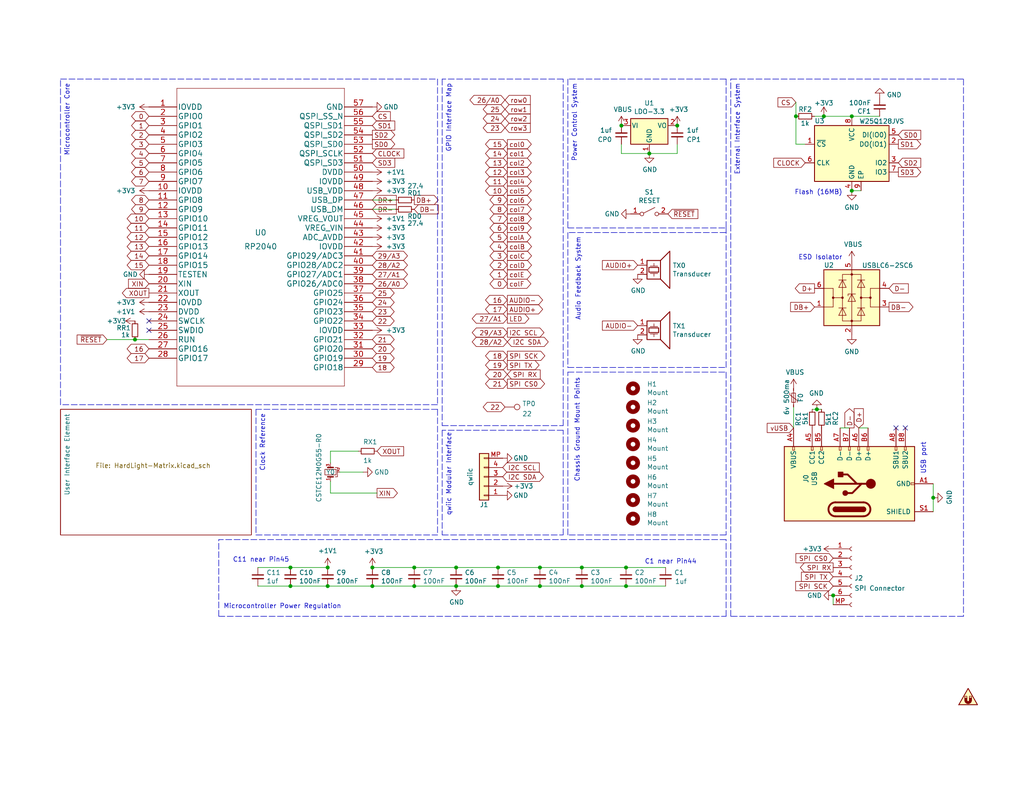
<source format=kicad_sch>
(kicad_sch (version 20211123) (generator eeschema)
  (paper "USLetter")
  (title_block (title "Hard Light") (date "2022-05-20") (rev "Mark 7") (company "Everywhere Defense Industries") (comment 1 "RP2040 main core"))
  (lib_symbols
    (symbol "+3V3_1" (power) (pin_names (offset 0))
      (property "Value" "+3V3_1" (at 0 3.556 0))
      (symbol "+3V3_1_1_1"
        (pin power_in line (at 0 0 90) (length 0) hide (name "+3V3") (number "1"))
      )
    )
    (symbol "Connector:Conn_01x07_Female" (pin_names (offset 1.016) hide)
      (property "Reference" "J2" (at 0.7112 -0.3615 0))
      (property "Value" "SPI Connector" (at 0.7112 -3.1366 0))
      (symbol "Conn_01x07_Female_1_1"
        (pin passive line (at -5.08 7.62 0) (length 3.81) (name "Pin_1") (number "1"))
        (pin passive line (at -5.08 5.08 0) (length 3.81) (name "Pin_2") (number "2"))
        (pin passive line (at -5.08 2.54 0) (length 3.81) (name "Pin_3") (number "3"))
        (pin passive line (at -5.08 0 0) (length 3.81) (name "Pin_4") (number "4"))
        (pin passive line (at -5.08 -2.54 0) (length 3.81) (name "Pin_5") (number "5"))
        (pin passive line (at -5.08 -5.08 0) (length 3.81) (name "Pin_6") (number "6"))
        (pin passive line (at -5.08 -7.62 0) (length 3.81) (name "MP") (number "MP"))
      )
    )
    (symbol "Connector:TestPoint" (pin_numbers hide) (pin_names (offset 0.762) hide)
      (property "Reference" "TP" (at 0 6.858 0))
      (property "Value" "TestPoint" (at 0 5.08 0))
      (symbol "TestPoint_1_1"
        (pin passive line (at 0 0 90) (length 2.54) (name "1") (number "1"))
      )
    )
    (symbol "Connector_Generic:Conn_01x05" (pin_names (offset 1.016) hide)
      (property "Reference" "J1" (at 0 7.62 0))
      (property "Value" "qwiic" (at -2.54 1.27 90))
      (symbol "Conn_01x05_1_1"
        (pin passive line (at -5.08 5.08 0) (length 3.81) (name "Pin_1") (number "1"))
        (pin passive line (at -5.08 2.54 0) (length 3.81) (name "Pin_2") (number "2"))
        (pin passive line (at -5.08 0 0) (length 3.81) (name "Pin_3") (number "3"))
        (pin passive line (at -5.08 -2.54 0) (length 3.81) (name "Pin_4") (number "4"))
        (pin passive line (at -5.08 -5.08 0) (length 3.81) (name "MP") (number "MP"))
      )
    )
    (symbol "Device:C_Small" (pin_numbers hide) (pin_names (offset 0.254) hide)
      (property "Reference" "C" (at 0.254 1.778 0))
      (property "Value" "Device_C_Small" (at 0.254 -2.032 0))
      (symbol "C_Small_1_1"
        (pin passive line (at 0 2.54 270) (length 2.032) (name "~") (number "1"))
        (pin passive line (at 0 -2.54 90) (length 2.032) (name "~") (number "2"))
      )
    )
    (symbol "Device:Crystal_GND2_Small" (pin_names (offset 1.016) hide)
      (property "Reference" "Y" (at 0 5.08 0))
      (property "Value" "Crystal_GND2_Small" (at 0 3.175 0))
      (symbol "Crystal_GND2_Small_1_1"
        (pin passive line (at -2.54 0 0) (length 1.27) (name "1") (number "1"))
        (pin passive line (at 0 -2.54 90) (length 0.635) (name "2") (number "2"))
        (pin passive line (at 2.54 0 180) (length 1.27) (name "3") (number "3"))
      )
    )
    (symbol "Device:Polyfuse_Small" (pin_numbers hide) (pin_names (offset 0))
      (property "Reference" "F" (at -1.905 0 90))
      (property "Value" "Device_Polyfuse_Small" (at 1.905 0 90))
      (symbol "Polyfuse_Small_1_1"
        (pin passive line (at 0 2.54 270) (length 0.635) (name "~") (number "1"))
        (pin passive line (at 0 -2.54 90) (length 0.635) (name "~") (number "2"))
      )
    )
    (symbol "Device:R_Small" (pin_numbers hide) (pin_names (offset 0.254) hide)
      (property "Reference" "R" (at 0.762 0.508 0))
      (property "Value" "Device_R_Small" (at 0.762 -1.016 0))
      (symbol "R_Small_1_1"
        (pin passive line (at 0 2.54 270) (length 0.762) (name "~") (number "1"))
        (pin passive line (at 0 -2.54 90) (length 0.762) (name "~") (number "2"))
      )
    )
    (symbol "Device:Speaker_Crystal" (pin_names (offset 0) hide)
      (property "Reference" "LS" (at 0.635 5.715 0))
      (property "Value" "Device_Speaker_Crystal" (at 0.635 3.81 0))
      (symbol "Speaker_Crystal_1_1"
        (pin input line (at -5.08 0 0) (length 2.54) (name "1") (number "1"))
        (pin input line (at -5.08 -2.54 0) (length 2.54) (name "2") (number "2"))
      )
    )
    (symbol "GND_1" (power) (pin_names (offset 0))
      (property "Value" "GND_1" (at 0 -3.81 0))
      (symbol "GND_1_1_1"
        (pin power_in line (at 0 0 270) (length 0) hide (name "GND") (number "1"))
      )
    )
    (symbol "Graphic:SYM_Magnet_Small" (pin_names (offset 1.016) hide))
    (symbol "HL-Mk2-rescue:USB_C_Receptacle_USB2.0-Connector" (pin_names (offset 1.016))
      (property "Reference" "J" (at -10.16 19.05 0))
      (property "Value" "USB_C_Receptacle_USB2.0-Connector" (at 19.05 19.05 0))
      (symbol "USB_C_Receptacle_USB2.0-Connector_1_1"
        (pin power_in line (at 0 -22.86 90) (length 5.08) (name "GND") (number "A1"))
        (pin passive line (at 0 -22.86 90) (length 5.08) hide (name "GND") (number "A12"))
        (pin power_in line (at 15.24 15.24 180) (length 5.08) (name "VBUS") (number "A4"))
        (pin bidirectional line (at 15.24 10.16 180) (length 5.08) (name "CC1") (number "A5"))
        (pin bidirectional line (at 15.24 -2.54 180) (length 5.08) (name "D+") (number "A6"))
        (pin bidirectional line (at 15.24 2.54 180) (length 5.08) (name "D-") (number "A7"))
        (pin bidirectional line (at 15.24 -12.7 180) (length 5.08) (name "SBU1") (number "A8"))
        (pin passive line (at 15.24 15.24 180) (length 5.08) hide (name "VBUS") (number "A9"))
        (pin passive line (at 0 -22.86 90) (length 5.08) hide (name "GND") (number "B1"))
        (pin passive line (at 0 -22.86 90) (length 5.08) hide (name "GND") (number "B12"))
        (pin passive line (at 15.24 15.24 180) (length 5.08) hide (name "VBUS") (number "B4"))
        (pin bidirectional line (at 15.24 7.62 180) (length 5.08) (name "CC2") (number "B5"))
        (pin bidirectional line (at 15.24 -5.08 180) (length 5.08) (name "D+") (number "B6"))
        (pin bidirectional line (at 15.24 0 180) (length 5.08) (name "D-") (number "B7"))
        (pin bidirectional line (at 15.24 -15.24 180) (length 5.08) (name "SBU2") (number "B8"))
        (pin passive line (at 15.24 15.24 180) (length 5.08) hide (name "VBUS") (number "B9"))
        (pin passive line (at -7.62 -22.86 90) (length 5.08) (name "SHIELD") (number "S1"))
      )
    )
    (symbol "Mechanical:MountingHole" (pin_names (offset 1.016))
      (property "Reference" "H" (at 0 5.08 0))
      (property "Value" "MountingHole" (at 0 3.175 0))
    )
    (symbol "Memory_Flash:W25Q32JVZP"
      (property "Reference" "U" (at -8.89 8.89 0))
      (property "Value" "W25Q32JVZP" (at 7.62 8.89 0))
      (symbol "W25Q32JVZP_1_1"
        (pin input line (at -12.7 2.54 0) (length 2.54) (name "~{CS}") (number "1"))
        (pin bidirectional line (at 12.7 2.54 180) (length 2.54) (name "DO(IO1)") (number "2"))
        (pin bidirectional line (at 12.7 -2.54 180) (length 2.54) (name "IO2") (number "3"))
        (pin power_in line (at 0 -10.16 90) (length 2.54) (name "GND") (number "4"))
        (pin bidirectional line (at 12.7 5.08 180) (length 2.54) (name "DI(IO0)") (number "5"))
        (pin input line (at -12.7 -2.54 0) (length 2.54) (name "CLK") (number "6"))
        (pin bidirectional line (at 12.7 -5.08 180) (length 2.54) (name "IO3") (number "7"))
        (pin power_in line (at 0 10.16 270) (length 2.54) (name "VCC") (number "8"))
        (pin passive line (at 2.54 -10.16 90) (length 2.54) (name "EP") (number "9"))
      )
    )
    (symbol "Power_Protection:USBLC6-2SC6" (pin_names hide)
      (property "Reference" "U" (at 2.54 8.89 0))
      (property "Value" "USBLC6-2SC6" (at 2.54 -8.89 0))
      (symbol "USBLC6-2SC6_1_1"
        (pin passive line (at -10.16 -2.54 0) (length 2.54) (name "I/O1") (number "1"))
        (pin passive line (at 0 -10.16 90) (length 2.54) (name "GND") (number "2"))
        (pin passive line (at 10.16 -2.54 180) (length 2.54) (name "I/O2") (number "3"))
        (pin passive line (at 10.16 2.54 180) (length 2.54) (name "I/O2") (number "4"))
        (pin passive line (at 0 10.16 270) (length 2.54) (name "VBUS") (number "5"))
        (pin passive line (at -10.16 2.54 0) (length 2.54) (name "I/O1") (number "6"))
      )
    )
    (symbol "RP2040:RP2040" (pin_names (offset 0.254))
      (property "Reference" "U" (at 30.48 10.16 0))
      (property "Value" "RP2040" (at 30.48 7.62 0))
      (symbol "RP2040_1_1"
        (pin power_in line (at 0 0 0) (length 7.62) (name "IOVDD") (number "1"))
        (pin power_in line (at 0 -22.86 0) (length 7.62) (name "IOVDD") (number "10"))
        (pin bidirectional line (at 0 -25.4 0) (length 7.62) (name "GPIO8") (number "11"))
        (pin bidirectional line (at 0 -27.94 0) (length 7.62) (name "GPIO9") (number "12"))
        (pin bidirectional line (at 0 -30.48 0) (length 7.62) (name "GPIO10") (number "13"))
        (pin bidirectional line (at 0 -33.02 0) (length 7.62) (name "GPIO11") (number "14"))
        (pin bidirectional line (at 0 -35.56 0) (length 7.62) (name "GPIO12") (number "15"))
        (pin bidirectional line (at 0 -38.1 0) (length 7.62) (name "GPIO13") (number "16"))
        (pin bidirectional line (at 0 -40.64 0) (length 7.62) (name "GPIO14") (number "17"))
        (pin bidirectional line (at 0 -43.18 0) (length 7.62) (name "GPIO15") (number "18"))
        (pin unspecified line (at 0 -45.72 0) (length 7.62) (name "TESTEN") (number "19"))
        (pin bidirectional line (at 0 -2.54 0) (length 7.62) (name "GPIO0") (number "2"))
        (pin unspecified line (at 0 -48.26 0) (length 7.62) (name "XIN") (number "20"))
        (pin output line (at 0 -50.8 0) (length 7.62) (name "XOUT") (number "21"))
        (pin power_in line (at 0 -53.34 0) (length 7.62) (name "IOVDD") (number "22"))
        (pin power_in line (at 0 -55.88 0) (length 7.62) (name "DVDD") (number "23"))
        (pin unspecified line (at 0 -58.42 0) (length 7.62) (name "SWCLK") (number "24"))
        (pin unspecified line (at 0 -60.96 0) (length 7.62) (name "SWDIO") (number "25"))
        (pin unspecified line (at 0 -63.5 0) (length 7.62) (name "RUN") (number "26"))
        (pin bidirectional line (at 0 -66.04 0) (length 7.62) (name "GPIO16") (number "27"))
        (pin bidirectional line (at 0 -68.58 0) (length 7.62) (name "GPIO17") (number "28"))
        (pin bidirectional line (at 60.96 -71.12 180) (length 7.62) (name "GPIO18") (number "29"))
        (pin bidirectional line (at 0 -5.08 0) (length 7.62) (name "GPIO1") (number "3"))
        (pin bidirectional line (at 60.96 -68.58 180) (length 7.62) (name "GPIO19") (number "30"))
        (pin bidirectional line (at 60.96 -66.04 180) (length 7.62) (name "GPIO20") (number "31"))
        (pin bidirectional line (at 60.96 -63.5 180) (length 7.62) (name "GPIO21") (number "32"))
        (pin power_in line (at 60.96 -60.96 180) (length 7.62) (name "IOVDD") (number "33"))
        (pin bidirectional line (at 60.96 -58.42 180) (length 7.62) (name "GPIO22") (number "34"))
        (pin bidirectional line (at 60.96 -55.88 180) (length 7.62) (name "GPIO23") (number "35"))
        (pin bidirectional line (at 60.96 -53.34 180) (length 7.62) (name "GPIO24") (number "36"))
        (pin bidirectional line (at 60.96 -50.8 180) (length 7.62) (name "GPIO25") (number "37"))
        (pin bidirectional line (at 60.96 -48.26 180) (length 7.62) (name "GPIO26/ADC0") (number "38"))
        (pin bidirectional line (at 60.96 -45.72 180) (length 7.62) (name "GPIO27/ADC1") (number "39"))
        (pin bidirectional line (at 0 -7.62 0) (length 7.62) (name "GPIO2") (number "4"))
        (pin bidirectional line (at 60.96 -43.18 180) (length 7.62) (name "GPIO28/ADC2") (number "40"))
        (pin bidirectional line (at 60.96 -40.64 180) (length 7.62) (name "GPIO29/ADC3") (number "41"))
        (pin power_in line (at 60.96 -38.1 180) (length 7.62) (name "IOVDD") (number "42"))
        (pin power_in line (at 60.96 -35.56 180) (length 7.62) (name "ADC_AVDD") (number "43"))
        (pin unspecified line (at 60.96 -33.02 180) (length 7.62) (name "VREG_VIN") (number "44"))
        (pin output line (at 60.96 -30.48 180) (length 7.62) (name "VREG_VOUT") (number "45"))
        (pin unspecified line (at 60.96 -27.94 180) (length 7.62) (name "USB_DM") (number "46"))
        (pin unspecified line (at 60.96 -25.4 180) (length 7.62) (name "USB_DP") (number "47"))
        (pin power_in line (at 60.96 -22.86 180) (length 7.62) (name "USB_VDD") (number "48"))
        (pin power_in line (at 60.96 -20.32 180) (length 7.62) (name "IOVDD") (number "49"))
        (pin bidirectional line (at 0 -10.16 0) (length 7.62) (name "GPIO3") (number "5"))
        (pin power_in line (at 60.96 -17.78 180) (length 7.62) (name "DVDD") (number "50"))
        (pin bidirectional line (at 60.96 -15.24 180) (length 7.62) (name "QSPI_SD3") (number "51"))
        (pin unspecified line (at 60.96 -12.7 180) (length 7.62) (name "QSPI_SCLK") (number "52"))
        (pin bidirectional line (at 60.96 -10.16 180) (length 7.62) (name "QSPI_SD0") (number "53"))
        (pin bidirectional line (at 60.96 -7.62 180) (length 7.62) (name "QSPI_SD2") (number "54"))
        (pin bidirectional line (at 60.96 -5.08 180) (length 7.62) (name "QSPI_SD1") (number "55"))
        (pin unspecified line (at 60.96 -2.54 180) (length 7.62) (name "QSPI_SS_N") (number "56"))
        (pin power_in line (at 60.96 0 180) (length 7.62) (name "GND") (number "57"))
        (pin bidirectional line (at 0 -12.7 0) (length 7.62) (name "GPIO4") (number "6"))
        (pin bidirectional line (at 0 -15.24 0) (length 7.62) (name "GPIO5") (number "7"))
        (pin bidirectional line (at 0 -17.78 0) (length 7.62) (name "GPIO6") (number "8"))
        (pin bidirectional line (at 0 -20.32 0) (length 7.62) (name "GPIO7") (number "9"))
      )
    )
    (symbol "Regulator_Linear:LD1117S33TR_SOT223" (pin_names (offset 0.254))
      (property "Reference" "U" (at -3.81 3.175 0))
      (property "Value" "Regulator_Linear_LD1117S33TR_SOT223" (at 0 3.175 0))
      (symbol "LD1117S33TR_SOT223_1_1"
        (pin power_in line (at 0 -7.62 90) (length 2.54) (name "GND") (number "1"))
        (pin power_out line (at 7.62 0 180) (length 2.54) (name "VO") (number "2"))
        (pin power_in line (at -7.62 0 0) (length 2.54) (name "VI") (number "3"))
      )
    )
    (symbol "Switch:SW_SPST" (pin_names (offset 0) hide)
      (property "Reference" "SW" (at 0 3.175 0))
      (property "Value" "Switch_SW_SPST" (at 0 -2.54 0))
      (symbol "SW_SPST_1_1"
        (pin passive line (at -5.08 0 0) (length 2.54) (name "A") (number "1"))
        (pin passive line (at 5.08 0 180) (length 2.54) (name "B") (number "2"))
      )
    )
    (symbol "power:+1V1" (power) (pin_names (offset 0))
      (property "Value" "+1V1" (at 0 3.556 0))
      (symbol "+1V1_1_1"
        (pin power_in line (at 0 0 90) (length 0) hide (name "+1V1") (number "1"))
      )
    )
    (symbol "power:+3V3" (power) (pin_names (offset 0))
      (property "Value" "power_+3V3" (at 0 3.556 0))
      (symbol "+3V3_1_1"
        (pin power_in line (at 0 0 90) (length 0) hide (name "+3V3") (number "1"))
      )
    )
    (symbol "power:GND" (power) (pin_names (offset 0))
      (property "Value" "power_GND" (at 0 -3.81 0))
      (symbol "GND_1_1"
        (pin power_in line (at 0 0 270) (length 0) hide (name "GND") (number "1"))
      )
    )
    (symbol "power:VBUS" (power) (pin_names (offset 0))
      (property "Value" "power_VBUS" (at 0 3.81 0))
      (symbol "VBUS_1_1"
        (pin power_in line (at 0 0 90) (length 0) hide (name "VBUS") (number "1"))
      )
    )
  )
  (junction (at 177.165 41.91))
  (junction (at 158.75 160.02))
  (junction (at 232.41 52.07))
  (junction (at 124.46 154.94))
  (junction (at 254.635 135.89))
  (junction (at 170.815 154.94))
  (junction (at 224.79 31.75))
  (junction (at 169.545 34.29))
  (junction (at 170.815 160.02))
  (junction (at 101.6 154.94))
  (junction (at 89.408 160.02))
  (junction (at 79.248 160.02))
  (junction (at 101.6 160.02))
  (junction (at 135.89 160.02))
  (junction (at 217.17 31.75))
  (junction (at 147.32 160.02))
  (junction (at 113.03 154.94))
  (junction (at 36.83 92.71))
  (junction (at 222.885 111.76))
  (junction (at 89.408 154.94))
  (junction (at 113.03 160.02))
  (junction (at 124.46 160.02))
  (junction (at 147.32 154.94))
  (junction (at 79.248 154.94))
  (junction (at 184.785 34.29))
  (junction (at 227.33 162.56))
  (junction (at 158.75 154.94))
  (junction (at 232.41 31.75))
  (junction (at 135.89 154.94))
  (no_connect (at 40.64 87.63))
  (no_connect (at 40.64 90.17))
  (no_connect (at 247.015 116.84))
  (no_connect (at 244.475 116.84))
  (wire (pts (xy 113.03 154.94) (xy 101.6 154.94)))
  (wire (pts (xy 224.79 31.75) (xy 232.41 31.75)))
  (polyline (pts (xy 69.85 111.76) (xy 69.85 146.05)))
  (wire (pts (xy 217.17 39.37) (xy 219.71 39.37)))
  (wire (pts (xy 89.408 160.02) (xy 101.6 160.02)))
  (polyline (pts (xy 154.94 100.33) (xy 198.12 100.33)))
  (wire (pts (xy 92.71 128.905) (xy 99.06 128.905)))
  (polyline (pts (xy 154.94 62.23) (xy 198.12 62.23)))
  (polyline (pts (xy 199.39 21.59) (xy 262.89 21.59)))
  (wire (pts (xy 236.855 116.84) (xy 234.315 116.84)))
  (polyline (pts (xy 119.38 110.49) (xy 16.51 110.49)))
  (polyline (pts (xy 198.12 101.6) (xy 198.12 146.05)))
  (wire (pts (xy 170.815 160.02) (xy 181.61 160.02)))
  (wire (pts (xy 232.41 52.07) (xy 234.95 52.07)))
  (wire (pts (xy 124.46 154.94) (xy 113.03 154.94)))
  (polyline (pts (xy 16.51 21.59) (xy 119.38 21.59)))
  (wire (pts (xy 135.89 154.94) (xy 124.46 154.94)))
  (polyline (pts (xy 120.65 116.205) (xy 153.67 116.205)))
  (polyline (pts (xy 120.65 21.59) (xy 120.65 116.205)))
  (polyline (pts (xy 262.89 168.275) (xy 199.39 168.275)))
  (polyline (pts (xy 198.12 21.59) (xy 198.12 62.23)))
  (wire (pts (xy 158.75 160.02) (xy 170.815 160.02)))
  (wire (pts (xy 222.885 111.76) (xy 221.615 111.76)))
  (polyline (pts (xy 154.94 101.6) (xy 198.12 101.6)))
  (wire (pts (xy 70.358 154.94) (xy 79.248 154.94)))
  (wire (pts (xy 184.785 41.91) (xy 184.785 39.37)))
  (wire (pts (xy 147.32 154.94) (xy 135.89 154.94)))
  (wire (pts (xy 79.248 154.94) (xy 89.408 154.94)))
  (wire (pts (xy 227.33 162.56) (xy 227.33 165.1)))
  (polyline (pts (xy 154.94 21.59) (xy 154.94 62.23)))
  (wire (pts (xy 170.815 154.94) (xy 181.61 154.94)))
  (wire (pts (xy 224.155 111.76) (xy 222.885 111.76)))
  (wire (pts (xy 90.17 134.62) (xy 102.87 134.62)))
  (polyline (pts (xy 59.69 168.275) (xy 59.69 147.32)))
  (wire (pts (xy 79.248 160.02) (xy 89.408 160.02)))
  (polyline (pts (xy 153.67 21.59) (xy 120.65 21.59)))
  (polyline (pts (xy 154.94 146.05) (xy 154.94 101.6)))
  (wire (pts (xy 222.25 31.75) (xy 224.79 31.75)))
  (polyline (pts (xy 69.85 146.05) (xy 119.38 146.05)))
  (wire (pts (xy 232.41 31.75) (xy 240.03 31.75)))
  (polyline (pts (xy 198.12 168.275) (xy 198.12 147.32)))
  (wire (pts (xy 158.75 154.94) (xy 170.815 154.94)))
  (polyline (pts (xy 198.12 63.5) (xy 154.94 63.5)))
  (polyline (pts (xy 120.65 146.05) (xy 153.67 146.05)))
  (polyline (pts (xy 153.67 117.475) (xy 120.65 117.475)))
  (wire (pts (xy 29.21 92.71) (xy 36.83 92.71)))
  (polyline (pts (xy 153.67 116.205) (xy 153.67 21.59)))
  (wire (pts (xy 147.32 160.02) (xy 135.89 160.02)))
  (wire (pts (xy 169.545 39.37) (xy 169.545 41.91)))
  (polyline (pts (xy 198.12 100.33) (xy 198.12 62.23)))
  (wire (pts (xy 36.83 92.71) (xy 40.64 92.71)))
  (wire (pts (xy 231.775 116.84) (xy 229.235 116.84)))
  (wire (pts (xy 177.165 41.91) (xy 184.785 41.91)))
  (wire (pts (xy 90.17 131.445) (xy 90.17 134.62)))
  (wire (pts (xy 217.17 31.75) (xy 217.17 39.37)))
  (wire (pts (xy 158.75 154.94) (xy 147.32 154.94)))
  (wire (pts (xy 216.535 111.125) (xy 216.535 116.84)))
  (polyline (pts (xy 119.38 111.76) (xy 119.38 146.05)))
  (wire (pts (xy 217.17 27.94) (xy 217.17 31.75)))
  (wire (pts (xy 113.03 160.02) (xy 101.6 160.02)))
  (wire (pts (xy 158.75 160.02) (xy 147.32 160.02)))
  (polyline (pts (xy 198.12 146.05) (xy 154.94 146.05)))
  (wire (pts (xy 70.358 160.02) (xy 79.248 160.02)))
  (polyline (pts (xy 16.51 110.49) (xy 16.51 21.59)))
  (wire (pts (xy 169.545 41.91) (xy 177.165 41.91)))
  (wire (pts (xy 101.6 57.15) (xy 107.95 57.15)))
  (polyline (pts (xy 119.38 21.59) (xy 119.38 110.49)))
  (wire (pts (xy 254.635 135.89) (xy 254.635 132.08)))
  (polyline (pts (xy 262.89 21.59) (xy 262.89 168.275)))
  (polyline (pts (xy 154.94 63.5) (xy 154.94 100.33)))
  (wire (pts (xy 90.17 123.19) (xy 90.17 126.365)))
  (polyline (pts (xy 198.12 21.59) (xy 154.94 21.59)))
  (wire (pts (xy 135.89 160.02) (xy 124.46 160.02)))
  (wire (pts (xy 90.17 123.19) (xy 97.79 123.19)))
  (polyline (pts (xy 199.39 168.275) (xy 199.39 21.59)))
  (wire (pts (xy 124.46 160.02) (xy 113.03 160.02)))
  (wire (pts (xy 101.6 54.61) (xy 107.95 54.61)))
  (wire (pts (xy 254.635 139.7) (xy 254.635 135.89)))
  (polyline (pts (xy 153.67 146.05) (xy 153.67 117.475)))
  (polyline (pts (xy 119.38 111.76) (xy 69.85 111.76)))
  (polyline (pts (xy 198.12 147.32) (xy 59.69 147.32)))
  (polyline (pts (xy 120.65 117.475) (xy 120.65 146.05)))
  (polyline (pts (xy 59.69 168.275) (xy 198.12 168.275)))
  (text "ESD Isolator" (at 229.87 71.12 180) (effects (font (size 1.27 1.27)) (justify right bottom)))
  (text "USB port" (at 252.73 129.54 90) (effects (font (size 1.27 1.27)) (justify left bottom)))
  (text "Audio Feedback System" (at 158.496 64.77 270) (effects (font (size 1.27 1.27)) (justify right bottom)))
  (text "Flash (16MB)" (at 229.87 53.34 180) (effects (font (size 1.27 1.27)) (justify right bottom)))
  (text "Microcontroller Core" (at 19.05 22.86 270) (effects (font (size 1.27 1.27)) (justify right bottom)))
  (text "qwiic Modular Interface" (at 123.19 118.11 270) (effects (font (size 1.27 1.27)) (justify right bottom)))
  (text "Chassis Ground Mount Points" (at 158.242 103.124 270) (effects (font (size 1.27 1.27)) (justify right bottom)))
  (text "C11 near Pin45" (at 63.5 153.67 0) (effects (font (size 1.27 1.27)) (justify left bottom)))
  (text "C1 near Pin44" (at 175.895 154.178 0) (effects (font (size 1.27 1.27)) (justify left bottom)))
  (text "Microcontroller Power Regulation" (at 60.96 166.37 0) (effects (font (size 1.27 1.27)) (justify left bottom)))
  (text "Power Control System" (at 157.48 22.86 270) (effects (font (size 1.27 1.27)) (justify right bottom)))
  (text "External Interface System" (at 201.93 22.86 270) (effects (font (size 1.27 1.27)) (justify right bottom)))
  (text "Clock Reference" (at 72.39 113.03 270) (effects (font (size 1.27 1.27)) (justify right bottom)))
  (text "GPIO Interface Map" (at 123.19 22.86 270) (effects (font (size 1.27 1.27)) (justify right bottom)))
  (global_label "vUSB" (shape input) (at 216.535 116.84 180) (property "Intersheet References" "${INTERSHEET_REFS}" (effects hide)))
  (global_label "XOUT" (shape input) (at 102.87 123.19 0) (property "Intersheet References" "${INTERSHEET_REFS}" (effects hide)))
  (global_label "CS" (shape input) (at 101.6 31.75 0) (property "Intersheet References" "${INTERSHEET_REFS}" (effects hide)))
  (global_label "I2C SCL" (shape output) (at 138.43 90.805 0) (property "Intersheet References" "${INTERSHEET_REFS}" (effects hide)))
  (global_label "AUDIO+" (shape input) (at 173.99 72.39 180) (property "Intersheet References" "${INTERSHEET_REFS}" (effects hide)))
  (global_label "2" (shape bidirectional) (at 138.43 72.39 180) (property "Intersheet References" "${INTERSHEET_REFS}" (effects hide)))
  (global_label "col8" (shape output) (at 138.43 59.69 0) (property "Intersheet References" "${INTERSHEET_REFS}" (effects hide)))
  (global_label "19" (shape bidirectional) (at 101.6 97.79 0) (property "Intersheet References" "${INTERSHEET_REFS}" (effects hide)))
  (global_label "25" (shape bidirectional) (at 137.795 29.845 180) (property "Intersheet References" "${INTERSHEET_REFS}" (effects hide)))
  (global_label "col1" (shape output) (at 138.43 41.91 0) (property "Intersheet References" "${INTERSHEET_REFS}" (effects hide)))
  (global_label "SD1" (shape output) (at 245.11 39.37 0) (property "Intersheet References" "${INTERSHEET_REFS}" (effects hide)))
  (global_label "col0" (shape output) (at 138.43 39.37 0) (property "Intersheet References" "${INTERSHEET_REFS}" (effects hide)))
  (global_label "16" (shape bidirectional) (at 138.43 81.915 180) (property "Intersheet References" "${INTERSHEET_REFS}" (effects hide)))
  (global_label "I2C SDA" (shape bidirectional) (at 137.16 130.175 0) (property "Intersheet References" "${INTERSHEET_REFS}" (effects hide)))
  (global_label "DB-" (shape input) (at 113.03 57.15 0) (property "Intersheet References" "${INTERSHEET_REFS}" (effects hide)))
  (global_label "7" (shape bidirectional) (at 138.43 59.69 180) (property "Intersheet References" "${INTERSHEET_REFS}" (effects hide)))
  (global_label "colF" (shape output) (at 138.43 77.47 0) (property "Intersheet References" "${INTERSHEET_REFS}" (effects hide)))
  (global_label "1" (shape bidirectional) (at 138.43 74.93 180) (property "Intersheet References" "${INTERSHEET_REFS}" (effects hide)))
  (global_label "D+" (shape output) (at 222.25 78.74 180) (property "Intersheet References" "${INTERSHEET_REFS}" (effects hide)))
  (global_label "26{slash}A0" (shape bidirectional) (at 137.795 27.305 180) (property "Intersheet References" "${INTERSHEET_REFS}" (effects hide)))
  (global_label "col6" (shape output) (at 138.43 54.61 0) (property "Intersheet References" "${INTERSHEET_REFS}" (effects hide)))
  (global_label "colB" (shape output) (at 138.43 67.31 0) (property "Intersheet References" "${INTERSHEET_REFS}" (effects hide)))
  (global_label "0" (shape bidirectional) (at 40.64 31.75 180) (property "Intersheet References" "${INTERSHEET_REFS}" (effects hide)))
  (global_label "D-" (shape output) (at 231.775 116.84 90) (property "Intersheet References" "${INTERSHEET_REFS}" (effects hide)))
  (global_label "11" (shape bidirectional) (at 40.64 62.23 180) (property "Intersheet References" "${INTERSHEET_REFS}" (effects hide)))
  (global_label "CS" (shape input) (at 217.17 27.94 180) (property "Intersheet References" "${INTERSHEET_REFS}" (effects hide)))
  (global_label "24" (shape bidirectional) (at 101.6 82.55 0) (property "Intersheet References" "${INTERSHEET_REFS}" (effects hide)))
  (global_label "CLOCK" (shape input) (at 101.6 41.91 0) (property "Intersheet References" "${INTERSHEET_REFS}" (effects hide)))
  (global_label "5" (shape bidirectional) (at 138.43 64.77 180) (property "Intersheet References" "${INTERSHEET_REFS}" (effects hide)))
  (global_label "25" (shape bidirectional) (at 101.6 80.01 0) (property "Intersheet References" "${INTERSHEET_REFS}" (effects hide)))
  (global_label "AUDIO-" (shape input) (at 173.99 88.9 180) (property "Intersheet References" "${INTERSHEET_REFS}" (effects hide)))
  (global_label "SD3" (shape output) (at 245.11 46.99 0) (property "Intersheet References" "${INTERSHEET_REFS}" (effects hide)))
  (global_label "20" (shape bidirectional) (at 138.43 102.235 180) (property "Intersheet References" "${INTERSHEET_REFS}" (effects hide)))
  (global_label "SD3" (shape input) (at 101.6 44.45 0) (property "Intersheet References" "${INTERSHEET_REFS}" (effects hide)))
  (global_label "3" (shape bidirectional) (at 40.64 39.37 180) (property "Intersheet References" "${INTERSHEET_REFS}" (effects hide)))
  (global_label "~{RESET}" (shape input) (at 29.21 92.71 180) (property "Intersheet References" "${INTERSHEET_REFS}" (effects hide)))
  (global_label "9" (shape bidirectional) (at 138.43 54.61 180) (property "Intersheet References" "${INTERSHEET_REFS}" (effects hide)))
  (global_label "12" (shape bidirectional) (at 138.43 46.99 180) (property "Intersheet References" "${INTERSHEET_REFS}" (effects hide)))
  (global_label "27{slash}A1" (shape bidirectional) (at 101.6 74.93 0) (property "Intersheet References" "${INTERSHEET_REFS}" (effects hide)))
  (global_label "CLOCK" (shape input) (at 219.71 44.45 180) (property "Intersheet References" "${INTERSHEET_REFS}" (effects hide)))
  (global_label "24" (shape bidirectional) (at 137.795 32.385 180) (property "Intersheet References" "${INTERSHEET_REFS}" (effects hide)))
  (global_label "DB+" (shape input) (at 222.25 83.82 180) (property "Intersheet References" "${INTERSHEET_REFS}" (effects hide)))
  (global_label "13" (shape bidirectional) (at 40.64 67.31 180) (property "Intersheet References" "${INTERSHEET_REFS}" (effects hide)))
  (global_label "SD1" (shape input) (at 101.6 34.29 0) (property "Intersheet References" "${INTERSHEET_REFS}" (effects hide)))
  (global_label "colD" (shape output) (at 138.43 72.39 0) (property "Intersheet References" "${INTERSHEET_REFS}" (effects hide)))
  (global_label "21" (shape bidirectional) (at 101.6 92.71 0) (property "Intersheet References" "${INTERSHEET_REFS}" (effects hide)))
  (global_label "XIN" (shape input) (at 40.64 77.47 180) (property "Intersheet References" "${INTERSHEET_REFS}" (effects hide)))
  (global_label "7" (shape bidirectional) (at 40.64 49.53 180) (property "Intersheet References" "${INTERSHEET_REFS}" (effects hide)))
  (global_label "~{RESET}" (shape input) (at 182.245 58.42 0) (property "Intersheet References" "${INTERSHEET_REFS}" (effects hide)))
  (global_label "28{slash}A2" (shape bidirectional) (at 138.43 93.345 180) (property "Intersheet References" "${INTERSHEET_REFS}" (effects hide)))
  (global_label "col2" (shape output) (at 138.43 44.45 0) (property "Intersheet References" "${INTERSHEET_REFS}" (effects hide)))
  (global_label "18" (shape bidirectional) (at 138.43 97.155 180) (property "Intersheet References" "${INTERSHEET_REFS}" (effects hide)))
  (global_label "2" (shape bidirectional) (at 40.64 36.83 180) (property "Intersheet References" "${INTERSHEET_REFS}" (effects hide)))
  (global_label "15" (shape bidirectional) (at 138.43 39.37 180) (property "Intersheet References" "${INTERSHEET_REFS}" (effects hide)))
  (global_label "14" (shape bidirectional) (at 40.64 69.85 180) (property "Intersheet References" "${INTERSHEET_REFS}" (effects hide)))
  (global_label "15" (shape bidirectional) (at 40.64 72.39 180) (property "Intersheet References" "${INTERSHEET_REFS}" (effects hide)))
  (global_label "SD0" (shape input) (at 245.11 36.83 0) (property "Intersheet References" "${INTERSHEET_REFS}" (effects hide)))
  (global_label "D-" (shape input) (at 242.57 78.74 0) (property "Intersheet References" "${INTERSHEET_REFS}" (effects hide)))
  (global_label "XIN" (shape output) (at 102.87 134.62 0) (property "Intersheet References" "${INTERSHEET_REFS}" (effects hide)))
  (global_label "8" (shape bidirectional) (at 138.43 57.15 180) (property "Intersheet References" "${INTERSHEET_REFS}" (effects hide)))
  (global_label "SD0" (shape output) (at 101.6 39.37 0) (property "Intersheet References" "${INTERSHEET_REFS}" (effects hide)))
  (global_label "0" (shape bidirectional) (at 138.43 77.47 180) (property "Intersheet References" "${INTERSHEET_REFS}" (effects hide)))
  (global_label "28{slash}A2" (shape bidirectional) (at 101.6 72.39 0) (property "Intersheet References" "${INTERSHEET_REFS}" (effects hide)))
  (global_label "AUDIO-" (shape output) (at 138.43 81.915 0) (property "Intersheet References" "${INTERSHEET_REFS}" (effects hide)))
  (global_label "26{slash}A0" (shape bidirectional) (at 101.6 77.47 0) (property "Intersheet References" "${INTERSHEET_REFS}" (effects hide)))
  (global_label "22" (shape bidirectional) (at 137.795 111.125 180) (property "Intersheet References" "${INTERSHEET_REFS}" (effects hide)))
  (global_label "DB+" (shape output) (at 113.03 54.61 0) (property "Intersheet References" "${INTERSHEET_REFS}" (effects hide)))
  (global_label "8" (shape bidirectional) (at 40.64 54.61 180) (property "Intersheet References" "${INTERSHEET_REFS}" (effects hide)))
  (global_label "9" (shape bidirectional) (at 40.64 57.15 180) (property "Intersheet References" "${INTERSHEET_REFS}" (effects hide)))
  (global_label "col9" (shape output) (at 138.43 62.23 0) (property "Intersheet References" "${INTERSHEET_REFS}" (effects hide)))
  (global_label "16" (shape bidirectional) (at 40.64 95.25 180) (property "Intersheet References" "${INTERSHEET_REFS}" (effects hide)))
  (global_label "col3" (shape output) (at 138.43 46.99 0) (property "Intersheet References" "${INTERSHEET_REFS}" (effects hide)))
  (global_label "row2" (shape input) (at 137.795 32.385 0) (property "Intersheet References" "${INTERSHEET_REFS}" (effects hide)))
  (global_label "23" (shape bidirectional) (at 101.6 85.09 0) (property "Intersheet References" "${INTERSHEET_REFS}" (effects hide)))
  (global_label "17" (shape bidirectional) (at 40.64 97.79 180) (property "Intersheet References" "${INTERSHEET_REFS}" (effects hide)))
  (global_label "AUDIO+" (shape output) (at 138.43 84.455 0) (property "Intersheet References" "${INTERSHEET_REFS}" (effects hide)))
  (global_label "29{slash}A3" (shape bidirectional) (at 138.43 90.805 180) (property "Intersheet References" "${INTERSHEET_REFS}" (effects hide)))
  (global_label "SPI TX" (shape output) (at 138.43 99.695 0) (property "Intersheet References" "${INTERSHEET_REFS}" (effects hide)))
  (global_label "12" (shape bidirectional) (at 40.64 64.77 180) (property "Intersheet References" "${INTERSHEET_REFS}" (effects hide)))
  (global_label "colA" (shape output) (at 138.43 64.77 0) (property "Intersheet References" "${INTERSHEET_REFS}" (effects hide)))
  (global_label "10" (shape bidirectional) (at 138.43 52.07 180) (property "Intersheet References" "${INTERSHEET_REFS}" (effects hide)))
  (global_label "I2C SCL" (shape input) (at 137.16 127.635 0) (property "Intersheet References" "${INTERSHEET_REFS}" (effects hide)))
  (global_label "colE" (shape output) (at 138.43 74.93 0) (property "Intersheet References" "${INTERSHEET_REFS}" (effects hide)))
  (global_label "6" (shape bidirectional) (at 40.64 46.99 180) (property "Intersheet References" "${INTERSHEET_REFS}" (effects hide)))
  (global_label "SPI CS0" (shape output) (at 138.43 104.775 0) (property "Intersheet References" "${INTERSHEET_REFS}" (effects hide)))
  (global_label "29{slash}A3" (shape bidirectional) (at 101.6 69.85 0) (property "Intersheet References" "${INTERSHEET_REFS}" (effects hide)))
  (global_label "row1" (shape input) (at 137.795 29.845 0) (property "Intersheet References" "${INTERSHEET_REFS}" (effects hide)))
  (global_label "SPI RX" (shape input) (at 138.43 102.235 0) (property "Intersheet References" "${INTERSHEET_REFS}" (effects hide)))
  (global_label "col4" (shape output) (at 138.43 49.53 0) (property "Intersheet References" "${INTERSHEET_REFS}" (effects hide)))
  (global_label "4" (shape bidirectional) (at 40.64 41.91 180) (property "Intersheet References" "${INTERSHEET_REFS}" (effects hide)))
  (global_label "D+" (shape input) (at 234.315 116.84 90) (property "Intersheet References" "${INTERSHEET_REFS}" (effects hide)))
  (global_label "SPI SCK" (shape output) (at 138.43 97.155 0) (property "Intersheet References" "${INTERSHEET_REFS}" (effects hide)))
  (global_label "SD2" (shape input) (at 245.11 44.45 0) (property "Intersheet References" "${INTERSHEET_REFS}" (effects hide)))
  (global_label "row3" (shape input) (at 137.795 34.925 0) (property "Intersheet References" "${INTERSHEET_REFS}" (effects hide)))
  (global_label "23" (shape bidirectional) (at 137.795 34.925 180) (property "Intersheet References" "${INTERSHEET_REFS}" (effects hide)))
  (global_label "DR+" (shape input) (at 101.6 54.61 0) (property "Intersheet References" "${INTERSHEET_REFS}" (effects hide)))
  (global_label "SPI CS0" (shape input) (at 227.33 152.4 180) (property "Intersheet References" "${INTERSHEET_REFS}" (effects hide)))
  (global_label "SD2" (shape output) (at 101.6 36.83 0) (property "Intersheet References" "${INTERSHEET_REFS}" (effects hide)))
  (global_label "13" (shape bidirectional) (at 138.43 44.45 180) (property "Intersheet References" "${INTERSHEET_REFS}" (effects hide)))
  (global_label "SPI TX" (shape input) (at 227.33 157.48 180) (property "Intersheet References" "${INTERSHEET_REFS}" (effects hide)))
  (global_label "27{slash}A1" (shape bidirectional) (at 138.43 86.995 180) (property "Intersheet References" "${INTERSHEET_REFS}" (effects hide)))
  (global_label "4" (shape bidirectional) (at 138.43 67.31 180) (property "Intersheet References" "${INTERSHEET_REFS}" (effects hide)))
  (global_label "6" (shape bidirectional) (at 138.43 62.23 180) (property "Intersheet References" "${INTERSHEET_REFS}" (effects hide)))
  (global_label "11" (shape bidirectional) (at 138.43 49.53 180) (property "Intersheet References" "${INTERSHEET_REFS}" (effects hide)))
  (global_label "17" (shape bidirectional) (at 138.43 84.455 180) (property "Intersheet References" "${INTERSHEET_REFS}" (effects hide)))
  (global_label "SPI SCK" (shape input) (at 227.33 160.02 180) (property "Intersheet References" "${INTERSHEET_REFS}" (effects hide)))
  (global_label "5" (shape bidirectional) (at 40.64 44.45 180) (property "Intersheet References" "${INTERSHEET_REFS}" (effects hide)))
  (global_label "I2C SDA" (shape bidirectional) (at 138.43 93.345 0) (property "Intersheet References" "${INTERSHEET_REFS}" (effects hide)))
  (global_label "XOUT" (shape output) (at 40.64 80.01 180) (property "Intersheet References" "${INTERSHEET_REFS}" (effects hide)))
  (global_label "3" (shape bidirectional) (at 138.43 69.85 180) (property "Intersheet References" "${INTERSHEET_REFS}" (effects hide)))
  (global_label "21" (shape bidirectional) (at 138.43 104.775 180) (property "Intersheet References" "${INTERSHEET_REFS}" (effects hide)))
  (global_label "col7" (shape output) (at 138.43 57.15 0) (property "Intersheet References" "${INTERSHEET_REFS}" (effects hide)))
  (global_label "col5" (shape output) (at 138.43 52.07 0) (property "Intersheet References" "${INTERSHEET_REFS}" (effects hide)))
  (global_label "colC" (shape output) (at 138.43 69.85 0) (property "Intersheet References" "${INTERSHEET_REFS}" (effects hide)))
  (global_label "19" (shape bidirectional) (at 138.43 99.695 180) (property "Intersheet References" "${INTERSHEET_REFS}" (effects hide)))
  (global_label "DR-" (shape input) (at 101.6 57.15 0) (property "Intersheet References" "${INTERSHEET_REFS}" (effects hide)))
  (global_label "18" (shape bidirectional) (at 101.6 100.33 0) (property "Intersheet References" "${INTERSHEET_REFS}" (effects hide)))
  (global_label "LED" (shape output) (at 138.43 86.995 0) (property "Intersheet References" "${INTERSHEET_REFS}" (effects hide)))
  (global_label "20" (shape bidirectional) (at 101.6 95.25 0) (property "Intersheet References" "${INTERSHEET_REFS}" (effects hide)))
  (global_label "10" (shape bidirectional) (at 40.64 59.69 180) (property "Intersheet References" "${INTERSHEET_REFS}" (effects hide)))
  (global_label "1" (shape bidirectional) (at 40.64 34.29 180) (property "Intersheet References" "${INTERSHEET_REFS}" (effects hide)))
  (global_label "14" (shape bidirectional) (at 138.43 41.91 180) (property "Intersheet References" "${INTERSHEET_REFS}" (effects hide)))
  (global_label "SPI RX" (shape output) (at 227.33 154.94 180) (property "Intersheet References" "${INTERSHEET_REFS}" (effects hide)))
  (global_label "22" (shape bidirectional) (at 101.6 87.63 0) (property "Intersheet References" "${INTERSHEET_REFS}" (effects hide)))
  (global_label "DB-" (shape output) (at 242.57 83.82 0) (property "Intersheet References" "${INTERSHEET_REFS}" (effects hide)))
  (global_label "row0" (shape input) (at 137.795 27.305 0) (property "Intersheet References" "${INTERSHEET_REFS}" (effects hide)))
  (symbol (lib_id "power:GND") (at 40.64 74.93 270) (unit 1)
    (property "Reference" "#PWR0102" (effects hide))
    (property "Value" "GND" (at 35.56 74.93 90))
  )
  (symbol (lib_id "Device:C_Small") (at 181.61 157.48 0) (unit 1)
    (property "Reference" "C1" (at 183.9468 156.3116 0) (effects (justify left)))
    (property "Value" "1uf" (at 184.15 158.75 0) (effects (justify left)))
    (property "Footprint" "EDI:Passive_0402_1005Metric" (effects hide))
    (property "LCSC" "C52923" (effects hide))
  )
  (symbol (lib_id "Device:C_Small") (at 158.75 157.48 0) (unit 1)
    (property "Reference" "C3" (at 161.0868 156.3116 0) (effects (justify left)))
    (property "Value" "100nF" (at 161.0868 158.623 0) (effects (justify left)))
    (property "Footprint" "EDI:Passive_0402_1005Metric" (effects hide))
    (property "LCSC" "C1525" (effects hide))
  )
  (symbol (lib_id "Device:C_Small") (at 147.32 157.48 0) (unit 1)
    (property "Reference" "C4" (at 149.6568 156.3116 0) (effects (justify left)))
    (property "Value" "100nF" (at 149.6568 158.623 0) (effects (justify left)))
    (property "Footprint" "EDI:Passive_0402_1005Metric" (effects hide))
    (property "LCSC" "C1525" (effects hide))
  )
  (symbol (lib_id "power:GND") (at 124.46 160.02 0) (unit 1)
    (property "Reference" "#PWR0104" (effects hide))
    (property "Value" "GND" (at 124.587 164.4142 0))
  )
  (symbol (lib_id "Regulator_Linear:LD1117S33TR_SOT223") (at 177.165 34.29 0) (unit 1)
    (property "Reference" "U1" (at 177.165 28.1432 0))
    (property "Value" "LDO-3.3" (at 177.165 30.4546 0))
    (property "Footprint" "Package_TO_SOT_SMD:SOT-23" (effects hide))
    (property "Datasheet" "http://www.st.com/st-web-ui/static/active/en/resource/technical/document/datasheet/CD00000544.pdf" (effects hide))
    (property "LCSC" "C83932" (effects hide))
  )
  (symbol (lib_id "power:GND") (at 177.165 41.91 0) (unit 1)
    (property "Reference" "#PWR0105" (effects hide))
    (property "Value" "GND" (at 177.292 46.3042 0))
  )
  (symbol (lib_id "power:+3V3") (at 184.785 34.29 0) (unit 1)
    (property "Reference" "#PWR0106" (effects hide))
    (property "Value" "+3V3" (at 185.166 29.8958 0))
  )
  (symbol (lib_id "power:VBUS") (at 169.545 34.29 0) (unit 1)
    (property "Reference" "#PWR0107" (effects hide))
    (property "Value" "VBUS" (at 169.926 29.8958 0))
  )
  (symbol (lib_id "HL-Mk2-rescue:USB_C_Receptacle_USB2.0-Connector") (at 231.775 132.08 90) (unit 1)
    (property "Reference" "J0" (at 219.9132 130.683 0))
    (property "Value" "USB" (at 222.2246 130.683 0))
    (property "Footprint" "Connector_USB:USB_C_Receptacle_HRO_TYPE-C-31-M-12" (effects hide))
    (property "LCSC" "C167321" (effects hide))
  )
  (symbol (lib_id "power:GND") (at 254.635 135.89 90) (unit 1)
    (property "Reference" "#PWR0108" (effects hide))
    (property "Value" "GND" (at 259.0292 135.763 0))
  )
  (symbol (lib_id "power:VBUS") (at 216.535 106.045 0) (unit 1)
    (property "Reference" "#PWR0109" (effects hide))
    (property "Value" "VBUS" (at 216.916 101.6508 0))
  )
  (symbol (lib_id "Mechanical:MountingHole") (at 172.72 106.045 270) (unit 1)
    (property "Reference" "H1" (at 176.53 104.8766 90) (effects (justify left)))
    (property "Value" "Mount" (at 176.53 107.188 90) (effects (justify left)))
    (property "Footprint" "MountingHole:MountingHole_3.2mm_M3" (effects hide))
  )
  (symbol (lib_id "Mechanical:MountingHole") (at 172.72 111.125 270) (unit 1)
    (property "Reference" "H2" (at 176.53 109.9566 90) (effects (justify left)))
    (property "Value" "Mount" (at 176.53 112.268 90) (effects (justify left)))
    (property "Footprint" "MountingHole:MountingHole_3.2mm_M3" (effects hide))
  )
  (symbol (lib_id "Mechanical:MountingHole") (at 172.72 116.205 270) (unit 1)
    (property "Reference" "H3" (at 176.53 115.0366 90) (effects (justify left)))
    (property "Value" "Mount" (at 176.53 117.348 90) (effects (justify left)))
    (property "Footprint" "MountingHole:MountingHole_3.2mm_M3" (effects hide))
  )
  (symbol (lib_id "Mechanical:MountingHole") (at 172.72 121.285 270) (unit 1)
    (property "Reference" "H4" (at 176.53 120.1166 90) (effects (justify left)))
    (property "Value" "Mount" (at 176.53 122.428 90) (effects (justify left)))
    (property "Footprint" "MountingHole:MountingHole_3.2mm_M3" (effects hide))
  )
  (symbol (lib_id "Mechanical:MountingHole") (at 172.72 126.365 270) (unit 1)
    (property "Reference" "H5" (at 176.53 125.1966 90) (effects (justify left)))
    (property "Value" "Mount" (at 176.53 127.508 90) (effects (justify left)))
    (property "Footprint" "MountingHole:MountingHole_3.2mm_M3" (effects hide))
  )
  (symbol (lib_id "Mechanical:MountingHole") (at 172.72 131.445 270) (unit 1)
    (property "Reference" "H6" (at 176.53 130.2766 90) (effects (justify left)))
    (property "Value" "Mount" (at 176.53 132.588 90) (effects (justify left)))
    (property "Footprint" "MountingHole:MountingHole_3.2mm_M3" (effects hide))
  )
  (symbol (lib_id "Device:C_Small") (at 135.89 157.48 0) (unit 1)
    (property "Reference" "C5" (at 138.2268 156.3116 0) (effects (justify left)))
    (property "Value" "100nF" (at 138.2268 158.623 0) (effects (justify left)))
    (property "Footprint" "EDI:Passive_0402_1005Metric" (effects hide))
    (property "LCSC" "C1525" (effects hide))
  )
  (symbol (lib_id "Device:R_Small") (at 224.155 114.3 0) (unit 1)
    (property "Reference" "RC2" (at 227.965 116.205 90) (effects (justify left)))
    (property "Value" "5k1" (at 226.06 116.205 90) (effects (justify left)))
    (property "Footprint" "EDI:Passive_0402_1005Metric" (effects hide))
    (property "LCSC" "C25905" (effects hide))
  )
  (symbol (lib_id "Device:R_Small") (at 221.615 114.3 180) (unit 1)
    (property "Reference" "RC1" (at 217.805 112.395 90) (effects (justify left)))
    (property "Value" "5k1" (at 219.71 112.395 90) (effects (justify left)))
    (property "Footprint" "EDI:Passive_0402_1005Metric" (effects hide))
    (property "LCSC" "C25905" (effects hide))
  )
  (symbol (lib_id "power:GND") (at 222.885 111.76 180) (unit 1)
    (property "Reference" "#PWR0113" (effects hide))
    (property "Value" "GND" (at 222.758 107.3658 0))
  )
  (symbol (lib_id "power:+3V3") (at 101.6 154.94 0) (unit 1)
    (property "Reference" "#PWR0103" (effects hide))
    (property "Value" "+3V3" (at 101.981 150.5458 0))
  )
  (symbol (lib_id "Device:Speaker_Crystal") (at 179.07 72.39 0) (unit 1)
    (property "Reference" "TX0" (at 183.515 72.4916 0) (effects (justify left)))
    (property "Value" "Transducer" (at 183.515 74.803 0) (effects (justify left)))
    (property "Footprint" "Buzzer_Beeper:Buzzer_CUI_CPT-9019S-SMT" (effects hide))
    (property "LCSC" "C391035" (effects hide))
  )
  (symbol (lib_id "power:GND") (at 173.99 74.93 0) (unit 1)
    (property "Reference" "#PWR0115" (effects hide))
    (property "Value" "GND" (at 174.117 79.3242 0))
  )
  (symbol (lib_id "Device:Speaker_Crystal") (at 179.07 88.9 0) (unit 1)
    (property "Reference" "TX1" (at 183.515 89.0016 0) (effects (justify left)))
    (property "Value" "Transducer" (at 183.515 91.313 0) (effects (justify left)))
    (property "Footprint" "Buzzer_Beeper:Buzzer_CUI_CPT-9019S-SMT" (effects hide))
    (property "LCSC" "C391035" (effects hide))
  )
  (symbol (lib_id "power:GND") (at 173.99 91.44 0) (unit 1)
    (property "Reference" "#PWR0119" (effects hide))
    (property "Value" "GND" (at 174.117 95.8342 0))
  )
  (symbol (lib_id "Device:Polyfuse_Small") (at 216.535 108.585 180) (unit 1)
    (property "Reference" "F0" (at 218.44 107.315 90) (effects (justify left)))
    (property "Value" "6v 500ma" (at 214.63 103.505 90) (effects (justify left)))
    (property "Footprint" "Fuse:Fuse_0402_1005Metric" (effects hide))
    (property "LCSC" "C206938" (effects hide))
  )
  (symbol (lib_id "Graphic:SYM_Magnet_Small") (at 264.16 190.5 0) (unit 1)
    (property "Reference" "Z0" (effects hide))
    (property "Value" "EDI Logo" (effects hide))
    (property "Footprint" "EDI:hlmk7" (effects hide))
  )
  (symbol (lib_id "power:+3V3") (at 101.6 64.77 270) (unit 1)
    (property "Reference" "#PWR0111" (effects hide))
    (property "Value" "+3V3" (at 107.95 64.77 90))
  )
  (symbol (lib_id "Device:C_Small") (at 113.03 157.48 0) (unit 1)
    (property "Reference" "C7" (at 115.3668 156.3116 0) (effects (justify left)))
    (property "Value" "100nF" (at 115.3668 158.623 0) (effects (justify left)))
    (property "Footprint" "EDI:Passive_0402_1005Metric" (effects hide))
    (property "LCSC" "C1525" (effects hide))
  )
  (symbol (lib_id "Connector_Generic:Conn_01x05") (at 132.08 130.175 180) (unit 1)
    (property "Reference" "J1" (at 132.08 137.795 0))
    (property "Value" "qwiic" (at 128.27 130.175 90))
    (property "Footprint" "Connector_JST:JST_SH_SM04B-SRSS-TB_1x04-1MP_P1.00mm_Horizontal" (effects hide))
    (property "LCSC" "C145956" (effects hide))
  )
  (symbol (lib_id "power:VBUS") (at 232.41 71.12 0) (unit 1)
    (property "Reference" "#PWR09" (effects hide))
    (property "Value" "VBUS" (at 232.791 66.7258 0))
  )
  (symbol (lib_id "Device:C_Small") (at 169.545 36.83 180) (unit 1)
    (property "Reference" "CP0" (at 167.005 38.1 0) (effects (justify left)))
    (property "Value" "1uf" (at 167.005 35.56 0) (effects (justify left)))
    (property "Footprint" "EDI:Passive_0402_1005Metric" (effects hide))
    (property "LCSC" "C52923" (effects hide))
  )
  (symbol (lib_id "Connector:Conn_01x07_Female") (at 232.41 157.48 0) (unit 1)
    (property "Reference" "J2" (at 233.1212 157.8415 0) (effects (justify left)))
    (property "Value" "SPI Connector" (at 233.1212 160.6166 0) (effects (justify left)))
    (property "Footprint" "Connector_JST:JST_SH_SM06B-SRSS-TB_1x06-1MP_P1.00mm_Horizontal" (effects hide))
    (property "LCSC" "C239524" (effects hide))
  )
  (symbol (lib_id "Device:Crystal_GND2_Small") (at 90.17 128.905 90) (unit 1)
    (property "Reference" "Y0" (at 91.44 128.905 90) (effects (justify left)))
    (property "Value" "CSTCE12M0G55-R0" (at 86.995 137.16 0) (effects (justify left)))
    (property "Footprint" "Crystal:Resonator_SMD_Murata_CSTxExxV-3Pin_3.0x1.1mm" (effects hide))
    (property "LCSC" "C91581" (effects hide))
  )
  (symbol (lib_id "power:GND") (at 101.6 29.21 90) (unit 1)
    (property "Reference" "#PWR03" (effects hide))
    (property "Value" "GND" (at 106.68 29.21 90))
  )
  (symbol (lib_id "power:GND") (at 172.085 58.42 270) (unit 1)
    (property "Reference" "#PWR0127" (effects hide))
    (property "Value" "GND" (at 167.005 58.42 90))
  )
  (symbol (lib_id "power:+3V3") (at 227.33 149.86 90) (unit 1)
    (property "Reference" "#PWR0128" (effects hide))
    (property "Value" "+3V3" (at 221.615 149.86 90))
  )
  (symbol (lib_id "Device:R_Small") (at 110.49 57.15 270) (unit 1)
    (property "Reference" "RD0" (at 111.125 59.055 90) (effects (justify left)))
    (property "Value" "27.4" (at 111.125 60.96 90) (effects (justify left)))
    (property "Footprint" "EDI:Passive_0402_1005Metric" (effects hide))
    (property "LCSC" "C172043" (effects hide))
  )
  (symbol (lib_id "power:GND") (at 99.06 128.905 90) (unit 1)
    (property "Reference" "#PWR0101" (effects hide))
    (property "Value" "GND" (at 104.14 128.905 90))
  )
  (symbol (lib_id "Device:C_Small") (at 70.358 157.48 0) (unit 1)
    (property "Reference" "C11" (at 72.6948 156.3116 0) (effects (justify left)))
    (property "Value" "1uf" (at 72.6948 158.623 0) (effects (justify left)))
    (property "Footprint" "EDI:Passive_0402_1005Metric" (effects hide))
    (property "LCSC" "C52923" (effects hide))
  )
  (symbol (lib_id "power:+3V3") (at 101.6 52.07 270) (unit 1)
    (property "Reference" "#PWR0124" (effects hide))
    (property "Value" "+3V3" (at 107.95 52.07 90))
  )
  (symbol (lib_id "power:+3V3") (at 101.6 67.31 270) (unit 1)
    (property "Reference" "#PWR0112" (effects hide))
    (property "Value" "+3V3" (at 107.95 67.31 90))
  )
  (symbol (lib_id "Power_Protection:USBLC6-2SC6") (at 232.41 81.28 0) (unit 1)
    (property "Reference" "U2" (at 224.79 72.39 0) (effects (justify left)))
    (property "Value" "USBLC6-2SC6" (at 235.1787 72.4686 0) (effects (justify left)))
    (property "Footprint" "Package_TO_SOT_SMD:SOT-23-6" (effects hide))
    (property "Datasheet" "https://www.st.com/resource/en/datasheet/usblc6-2.pdf" (effects hide))
    (property "LCSC" "C2827654" (effects hide))
  )
  (symbol (lib_id "power:GND") (at 227.33 162.56 270) (unit 1)
    (property "Reference" "#PWR0129" (effects hide))
    (property "Value" "GND" (at 222.25 162.56 90))
  )
  (symbol (lib_id "Switch:SW_SPST") (at 177.165 58.42 0) (unit 1)
    (property "Reference" "S1" (at 177.165 52.451 0))
    (property "Value" "RESET" (at 177.165 54.7624 0))
    (property "Footprint" "Button_Switch_SMD:SW_SPST_SKQG_WithoutStem" (effects hide))
    (property "LCSC" "C139779" (effects hide))
  )
  (symbol (lib_id "power:+3V3") (at 40.64 29.21 90) (unit 1)
    (property "Reference" "#PWR0120" (effects hide))
    (property "Value" "+3V3" (at 34.29 29.21 90))
  )
  (symbol (lib_id "Device:C_Small") (at 89.408 157.48 0) (unit 1)
    (property "Reference" "C9" (at 91.7448 156.3116 0) (effects (justify left)))
    (property "Value" "100nF" (at 91.7448 158.623 0) (effects (justify left)))
    (property "Footprint" "EDI:Passive_0402_1005Metric" (effects hide))
    (property "LCSC" "C1525" (effects hide))
  )
  (symbol (lib_id "Device:R_Small") (at 219.71 31.75 270) (unit 1)
    (property "Reference" "RF2" (at 217.805 29.845 90) (effects (justify left)))
    (property "Value" "1k" (at 218.44 33.655 90) (effects (justify left)))
    (property "Footprint" "EDI:Passive_0402_1005Metric" (effects hide))
    (property "LCSC" "C25905" (effects hide))
  )
  (symbol (lib_id "power:+1V1") (at 40.64 85.09 90) (unit 1)
    (property "Reference" "#PWR0118" (effects hide))
    (property "Value" "+1V1" (at 34.29 85.09 90))
  )
  (symbol (lib_id "power:+3V3") (at 40.64 52.07 90) (unit 1)
    (property "Reference" "#PWR0122" (effects hide))
    (property "Value" "+3V3" (at 34.29 52.07 90))
  )
  (symbol (lib_name "GND_1") (lib_id "power:GND") (at 240.03 26.67 180) (unit 1)
    (property "Reference" "#PWR04" (effects hide))
    (property "Value" "GND" (at 241.935 25.879 0) (effects (justify right)))
  )
  (symbol (lib_id "Device:R_Small") (at 36.83 90.17 0) (unit 1)
    (property "Reference" "RR1" (at 31.75 89.535 0) (effects (justify left)))
    (property "Value" "1k" (at 33.02 91.44 0) (effects (justify left)))
    (property "Footprint" "EDI:Passive_0402_1005Metric" (effects hide))
    (property "LCSC" "C25905" (effects hide))
  )
  (symbol (lib_id "power:+3V3") (at 36.83 87.63 90) (unit 1)
    (property "Reference" "#PWR010" (effects hide))
    (property "Value" "+3V3" (at 31.75 87.63 90))
  )
  (symbol (lib_id "Device:C_Small") (at 124.46 157.48 0) (unit 1)
    (property "Reference" "C6" (at 126.7968 156.3116 0) (effects (justify left)))
    (property "Value" "100nF" (at 126.7968 158.623 0) (effects (justify left)))
    (property "Footprint" "EDI:Passive_0402_1005Metric" (effects hide))
    (property "LCSC" "C1525" (effects hide))
  )
  (symbol (lib_id "power:+3V3") (at 101.6 49.53 270) (unit 1)
    (property "Reference" "#PWR0125" (effects hide))
    (property "Value" "+3V3" (at 107.95 49.53 90))
  )
  (symbol (lib_id "power:+3V3") (at 137.16 132.715 270) (unit 1)
    (property "Reference" "#PWR0130" (effects hide))
    (property "Value" "+3V3" (at 142.875 132.715 90))
  )
  (symbol (lib_id "Memory_Flash:W25Q32JVZP") (at 232.41 41.91 0) (unit 1)
    (property "Reference" "U3" (at 222.25 33.02 0) (effects (justify left)))
    (property "Value" "W25Q128JVS" (at 234.4294 33.0986 0) (effects (justify left)))
    (property "Footprint" "Package_SON:WSON-8-1EP_6x5mm_P1.27mm_EP3.4x4.3mm" (effects hide))
    (property "Datasheet" "http://www.winbond.com/resource-files/w25q32jv%20revg%2003272018%20plus.pdf" (effects hide))
    (property "LCSC" "C190862" (effects hide))
  )
  (symbol (lib_name "GND_1") (lib_id "power:GND") (at 137.16 125.095 90) (unit 1)
    (property "Reference" "#PWR0117" (effects hide))
    (property "Value" "GND" (at 144.145 125.095 90) (effects (justify left)))
  )
  (symbol (lib_name "GND_1") (lib_id "power:GND") (at 137.16 135.255 90) (unit 1)
    (property "Reference" "#PWR0131" (effects hide))
    (property "Value" "GND" (at 144.145 135.255 90) (effects (justify left)))
  )
  (symbol (lib_id "power:+3V3") (at 101.6 62.23 270) (unit 1)
    (property "Reference" "#PWR0110" (effects hide))
    (property "Value" "+3V3" (at 107.95 62.23 90))
  )
  (symbol (lib_name "GND_1") (lib_id "power:GND") (at 232.41 91.44 0) (unit 1)
    (property "Reference" "#PWR011" (effects hide))
    (property "Value" "GND" (at 232.41 96.0025 0))
  )
  (symbol (lib_name "+3V3_1") (lib_id "power:+3V3") (at 224.79 31.75 0) (unit 1)
    (property "Reference" "#PWR05" (effects hide))
    (property "Value" "+3V3" (at 224.79 28.1455 0))
  )
  (symbol (lib_id "RP2040:RP2040") (at 40.64 29.21 0) (unit 1)
    (property "Reference" "U0" (at 71.12 63.5 0) (effects (font (size 1.524 1.524))))
    (property "Value" "RP2040" (at 71.12 67.31 0) (effects (font (size 1.524 1.524))))
    (property "Footprint" "Package_DFN_QFN:QFN-56-1EP_7x7mm_P0.4mm_EP5.6x5.6mm_ThermalVias" (effects hide))
    (property "LCSC" "C2040" (effects hide))
  )
  (symbol (lib_id "Connector:TestPoint") (at 137.795 111.125 270) (unit 1)
    (property "Reference" "TP0" (at 142.494 110.2165 90) (effects (justify left)))
    (property "Value" "22" (at 142.494 112.9916 90) (effects (justify left)))
    (property "Footprint" "TestPoint:TestPoint_Pad_1.0x1.0mm" (effects hide))
  )
  (symbol (lib_id "power:+1V1") (at 89.408 154.94 0) (unit 1)
    (property "Reference" "#PWR013" (effects hide))
    (property "Value" "+1V1" (at 89.408 150.3775 0))
  )
  (symbol (lib_id "Device:R_Small") (at 100.33 123.19 270) (unit 1)
    (property "Reference" "RX1" (at 99.06 120.65 90) (effects (justify left)))
    (property "Value" "1k" (at 99.06 125.73 90) (effects (justify left)))
    (property "Footprint" "EDI:Passive_0402_1005Metric" (effects hide))
    (property "LCSC" "C25905" (effects hide))
  )
  (symbol (lib_id "Device:C_Small") (at 184.785 36.83 0) (unit 1)
    (property "Reference" "CP1" (at 187.325 38.1 0) (effects (justify left)))
    (property "Value" "1uf" (at 187.325 35.56 0) (effects (justify left)))
    (property "Footprint" "EDI:Passive_0402_1005Metric" (effects hide))
    (property "LCSC" "C52923" (effects hide))
  )
  (symbol (lib_id "Device:C_Small") (at 79.248 157.48 0) (unit 1)
    (property "Reference" "C10" (at 81.5848 156.3116 0) (effects (justify left)))
    (property "Value" "100nF" (at 81.5848 158.623 0) (effects (justify left)))
    (property "Footprint" "EDI:Passive_0402_1005Metric" (effects hide))
    (property "LCSC" "C1525" (effects hide))
  )
  (symbol (lib_id "Device:C_Small") (at 170.815 157.48 0) (unit 1)
    (property "Reference" "C2" (at 173.1518 156.3116 0) (effects (justify left)))
    (property "Value" "100nF" (at 173.1518 158.623 0) (effects (justify left)))
    (property "Footprint" "EDI:Passive_0402_1005Metric" (effects hide))
    (property "LCSC" "C1525" (effects hide))
  )
  (symbol (lib_name "GND_1") (lib_id "power:GND") (at 232.41 52.07 0) (unit 1)
    (property "Reference" "#PWR07" (effects hide))
    (property "Value" "GND" (at 232.41 56.6325 0))
  )
  (symbol (lib_id "Device:C_Small") (at 240.03 29.21 180) (unit 1)
    (property "Reference" "CF1" (at 237.6932 30.3784 0) (effects (justify left)))
    (property "Value" "100nF" (at 237.6932 28.067 0) (effects (justify left)))
    (property "Footprint" "EDI:Passive_0402_1005Metric" (effects hide))
    (property "LCSC" "C1525" (effects hide))
  )
  (symbol (lib_id "Mechanical:MountingHole") (at 172.72 141.605 270) (unit 1)
    (property "Reference" "H8" (at 176.53 140.4366 90) (effects (justify left)))
    (property "Value" "Mount" (at 176.53 142.748 90) (effects (justify left)))
    (property "Footprint" "MountingHole:MountingHole_3.2mm_M3" (effects hide))
  )
  (symbol (lib_id "power:+3V3") (at 101.6 90.17 270) (unit 1)
    (property "Reference" "#PWR0116" (effects hide))
    (property "Value" "+3V3" (at 107.95 90.17 90))
  )
  (symbol (lib_id "power:+3V3") (at 40.64 82.55 90) (unit 1)
    (property "Reference" "#PWR0121" (effects hide))
    (property "Value" "+3V3" (at 34.29 82.55 90))
  )
  (symbol (lib_id "Mechanical:MountingHole") (at 172.72 136.525 270) (unit 1)
    (property "Reference" "H7" (at 176.53 135.3566 90) (effects (justify left)))
    (property "Value" "Mount" (at 176.53 137.668 90) (effects (justify left)))
    (property "Footprint" "MountingHole:MountingHole_3.2mm_M3" (effects hide))
  )
  (symbol (lib_id "power:+1V1") (at 101.6 46.99 270) (unit 1)
    (property "Reference" "#PWR0114" (effects hide))
    (property "Value" "+1V1" (at 107.95 46.99 90))
  )
  (symbol (lib_id "Device:R_Small") (at 110.49 54.61 270) (unit 1)
    (property "Reference" "RD1" (at 111.125 52.705 90) (effects (justify left)))
    (property "Value" "27.4" (at 111.125 50.8 90) (effects (justify left)))
    (property "Footprint" "EDI:Passive_0402_1005Metric" (effects hide))
    (property "LCSC" "C172043" (effects hide))
  )
  (symbol (lib_id "Device:C_Small") (at 101.6 157.48 0) (unit 1)
    (property "Reference" "C8" (at 103.9368 156.3116 0) (effects (justify left)))
    (property "Value" "100nF" (at 103.9368 158.623 0) (effects (justify left)))
    (property "Footprint" "EDI:Passive_0402_1005Metric" (effects hide))
    (property "LCSC" "C1525" (effects hide))
  )
  (symbol (lib_id "power:+1V1") (at 101.6 59.69 270) (unit 1)
    (property "Reference" "#PWR0123" (effects hide))
    (property "Value" "+1V1" (at 107.95 59.69 90))
  )
  (sheet (at 16.51 111.76) (size 52.07 34.29) (stroke (width 0.1524))
    (property "Sheet name" "User Interface Element" (at 19.05 135.255 90) (effects (justify left bottom)))
    (property "Sheet file" "HardLight-Matrix.kicad_sch" (at 26.035 126.365 0) (effects (justify left top)))
  )
)
</source>
